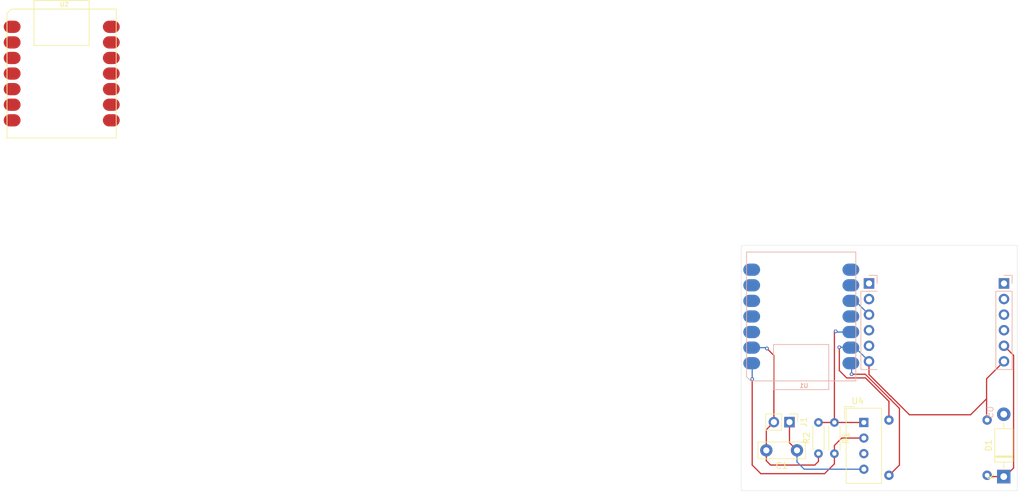
<source format=kicad_pcb>
(kicad_pcb (version 20240108) (generator "pcbnew") (generator_version "8.0")
  (layers (0 "F.Cu" signal) (31 "B.Cu" signal) (34 "B.Paste" user) (35 "F.Paste" user) (36 "B.SilkS" user "B.Silkscreen") (37 "F.SilkS" user "F.Silkscreen") (38 "B.Mask" user) (39 "F.Mask" user) (44 "Edge.Cuts" user))
  (net 0 "")
  (net 6 "/DHT_DATA")
  (net 7 "/3.3V")
  (net 8 "/UART_Tx")
  (net 9 "/UART_Rx")
  (net 10 "/5V")
  (net 11 "Net-(U1-PA5_A9_D9_MISO)")
  (net 12 "/GND")
  (net 13 "/ADC_In")
  (net 15 "/24V_IN")
  (net 35 "Net-(D1-K)")
  (footprint "Sensor:Aosong_DHT11_5.5x12.0_P2.54mm" (layer "F.Cu") (at 140.2 68.86)
    (property "Reference" "U4" (at -1 -3.5 0) (layer "F.SilkS"))
    (property "Value" "DHT11")
    (fp_line (start -3.16 -2.6) (end -3.16 -0.6) (stroke (width 0.12)) (layer "F.SilkS"))
    (fp_line (start -3.16 -2.6) (end -1.55 -2.6) (stroke (width 0.12)) (layer "F.SilkS"))
    (fp_line (start -2.88 9.94) (end -2.88 -2.31) (stroke (width 0.12)) (layer "F.SilkS"))
    (fp_line (start -2.87 -2.32) (end 2.87 -2.32) (stroke (width 0.12)) (layer "F.SilkS"))
    (fp_line (start 2.88 -2.32) (end 2.88 9.94) (stroke (width 0.12)) (layer "F.SilkS"))
    (fp_line (start 2.88 9.94) (end -2.88 9.94) (stroke (width 0.12)) (layer "F.SilkS"))
    (pad "1" thru_hole rect (at 0 0) (size 1.5 1.5) (drill 0.8) (layers "*.Cu" "*.Mask") (net 7 "/3.3V"))
    (pad "2" thru_hole circle (at 0 2.54) (size 1.5 1.5) (drill 0.8) (layers "*.Cu" "*.Mask") (net 6 "/DHT_DATA"))
    (pad "3" thru_hole circle (at 0 5.08) (size 1.5 1.5) (drill 0.8) (layers "*.Cu" "*.Mask"))
    (pad "4" thru_hole circle (at 0 7.62) (size 1.5 1.5) (drill 0.8) (layers "*.Cu" "*.Mask") (net 12 "/GND"))
  )
  (footprint "Connector_PinHeader_2.54mm:PinHeader_1x02_P2.54mm_Vertical" (layer "F.Cu") (at 128.075 68.8 -90)
    (property "Reference" "J1" (at 0 -2.33 90) (layer "F.SilkS"))
    (property "Value" "Conn_01x02")
    (fp_line (start -1.33 3.87) (end 1.33 3.87) (stroke (width 0.12)) (layer "F.SilkS"))
    (fp_line (start -1.33 1.27) (end -1.33 3.87) (stroke (width 0.12)) (layer "F.SilkS"))
    (fp_line (start -1.33 1.27) (end 1.33 1.27) (stroke (width 0.12)) (layer "F.SilkS"))
    (fp_line (start 1.33 1.27) (end 1.33 3.87) (stroke (width 0.12)) (layer "F.SilkS"))
    (fp_line (start -1.33 0) (end -1.33 -1.33) (stroke (width 0.12)) (layer "F.SilkS"))
    (fp_line (start -1.33 -1.33) (end 0 -1.33) (stroke (width 0.12)) (layer "F.SilkS"))
    (pad "1" thru_hole rect (at 0 0 270) (size 1.7 1.7) (drill 1) (layers "*.Cu" "*.Mask") (net 12 "/GND"))
    (pad "2" thru_hole oval (at 0 2.54 270) (size 1.7 1.7) (drill 1) (layers "*.Cu" "*.Mask") (net 13 "/ADC_In"))
  )
  (footprint "Capacitor_THT:C_Disc_D7.5mm_W2.5mm_P5.00mm" (layer "F.Cu") (at 129.3 73.4 180)
    (property "Reference" "C1" (at 2.5 -2.5 0) (layer "F.SilkS"))
    (property "Value" "C")
    (fp_line (start 6.37 -1.37) (end 6.37 1.37) (stroke (width 0.12)) (layer "F.SilkS"))
    (fp_line (start -1.37 1.37) (end 6.37 1.37) (stroke (width 0.12)) (layer "F.SilkS"))
    (fp_line (start -1.37 -1.37) (end 6.37 -1.37) (stroke (width 0.12)) (layer "F.SilkS"))
    (fp_line (start -1.37 -1.37) (end -1.37 1.37) (stroke (width 0.12)) (layer "F.SilkS"))
    (pad "1" thru_hole circle (at 0 0 180) (size 2 2) (drill 1) (layers "*.Cu" "*.Mask") (net 12 "/GND"))
    (pad "2" thru_hole circle (at 5 0 180) (size 2 2) (drill 1) (layers "*.Cu" "*.Mask") (net 13 "/ADC_In"))
  )
  (footprint "Diode_THT:D_DO-41_SOD81_P10.16mm_Horizontal" (layer "F.Cu") (at 163 77.68 90)
    (property "Reference" "D1" (at 5.08 -2.47 90) (layer "F.SilkS"))
    (property "Value" "1N4004")
    (fp_line (start 7.8 -1.47) (end 2.36 -1.47) (stroke (width 0.12)) (layer "F.SilkS"))
    (fp_line (start 3.38 -1.47) (end 3.38 1.47) (stroke (width 0.12)) (layer "F.SilkS"))
    (fp_line (start 3.26 -1.47) (end 3.26 1.47) (stroke (width 0.12)) (layer "F.SilkS"))
    (fp_line (start 3.14 -1.47) (end 3.14 1.47) (stroke (width 0.12)) (layer "F.SilkS"))
    (fp_line (start 2.36 -1.47) (end 2.36 1.47) (stroke (width 0.12)) (layer "F.SilkS"))
    (fp_line (start 8.82 0) (end 7.8 0) (stroke (width 0.12)) (layer "F.SilkS"))
    (fp_line (start 1.34 0) (end 2.36 0) (stroke (width 0.12)) (layer "F.SilkS"))
    (fp_line (start 7.8 1.47) (end 7.8 -1.47) (stroke (width 0.12)) (layer "F.SilkS"))
    (fp_line (start 2.36 1.47) (end 7.8 1.47) (stroke (width 0.12)) (layer "F.SilkS"))
    (fp_text user "K" (at 0 -2.1 90) (layer "F.SilkS"))
    (pad "1" thru_hole rect (at 0 0 90) (size 2.2 2.2) (drill 1.1) (layers "*.Cu" "*.Mask") (net 35 "Net-(D1-K)"))
    (pad "2" thru_hole oval (at 10.16 0 90) (size 2.2 2.2) (drill 1.1) (layers "*.Cu" "*.Mask") (net 15 "/24V_IN"))
  )
  (footprint "Resistor_THT:R_Axial_DIN0204_L3.6mm_D1.6mm_P5.08mm_Horizontal" (layer "F.Cu") (at 135.4 68.86 -90)
    (property "Reference" "R1" (at 2.54 -1.92 90) (layer "F.SilkS"))
    (property "Value" "4.7k")
    (fp_line (start 0.62 0.92) (end 4.46 0.92) (stroke (width 0.12)) (layer "F.SilkS"))
    (fp_line (start 0.62 -0.92) (end 4.46 -0.92) (stroke (width 0.12)) (layer "F.SilkS"))
    (pad "1" thru_hole circle (at 0 0 270) (size 1.4 1.4) (drill 0.7) (layers "*.Cu" "*.Mask") (net 7 "/3.3V"))
    (pad "2" thru_hole oval (at 5.08 0 270) (size 1.4 1.4) (drill 0.7) (layers "*.Cu" "*.Mask") (net 6 "/DHT_DATA"))
  )
  (footprint "Resistor_THT:R_Axial_DIN0204_L3.6mm_D1.6mm_P5.08mm_Horizontal" (layer "F.Cu") (at 132.8 73.94 90)
    (property "Reference" "R2" (at 2.54 -1.92 90) (layer "F.SilkS"))
    (property "Value" "160k")
    (fp_line (start 0.62 -0.92) (end 4.46 -0.92) (stroke (width 0.12)) (layer "F.SilkS"))
    (fp_line (start 0.62 0.92) (end 4.46 0.92) (stroke (width 0.12)) (layer "F.SilkS"))
    (pad "1" thru_hole circle (at 0 0 90) (size 1.4 1.4) (drill 0.7) (layers "*.Cu" "*.Mask") (net 13 "/ADC_In"))
    (pad "2" thru_hole oval (at 5.08 0 90) (size 1.4 1.4) (drill 0.7) (layers "*.Cu" "*.Mask") (net 7 "/3.3V"))
  )
  (footprint "seedstudio:MOUDLE14P-SMD-2.54-21X17.8MM" (layer "F.Cu") (at 0.54 22.4885)
    (property "Reference" "U2" (at 9.3345 -21.7805 0) (layer "F.SilkS") (effects (font (size 0.7 0.7))))
    (property "Value" "~")
    (fp_line (start 0 -20.3285) (end 0 0) (stroke (width 0.127)) (layer "F.SilkS"))
    (fp_line (start 0 0) (end 17.8 0) (stroke (width 0.127)) (layer "F.SilkS"))
    (fp_line (start 0.671541 -21) (end 0 -20.3285) (stroke (width 0.127)) (layer "F.SilkS"))
    (fp_line (start 4.396 -15.072) (end 4.396 -22.425) (stroke (width 0.127)) (layer "F.SilkS"))
    (fp_line (start 4.4 -22.424) (end 13.395 -22.424) (stroke (width 0.127)) (layer "F.SilkS"))
    (fp_line (start 13.395 -22.424) (end 13.395 -15.072) (stroke (width 0.127)) (layer "F.SilkS"))
    (fp_line (start 13.395 -15.072) (end 4.396 -15.072) (stroke (width 0.127)) (layer "F.SilkS"))
    (fp_line (start 17.8 -21) (end 0.671541 -21) (stroke (width 0.127)) (layer "F.SilkS"))
    (fp_line (start 17.8 0) (end 17.8 -21) (stroke (width 0.127)) (layer "F.SilkS"))
    (pad "1" smd roundrect (at 0.835 -18.12) (size 2.75 2) (layers "F.Cu" "F.Paste" "F.Mask") (roundrect_rratio 0.5))
    (pad "2" smd roundrect (at 0.835 -15.58) (size 2.75 2) (layers "F.Cu" "F.Paste" "F.Mask") (roundrect_rratio 0.5))
    (pad "3" smd roundrect (at 0.835 -13.04) (size 2.75 2) (layers "F.Cu" "F.Paste" "F.Mask") (roundrect_rratio 0.5))
    (pad "4" smd roundrect (at 0.835 -10.5) (size 2.75 2) (layers "F.Cu" "F.Paste" "F.Mask") (roundrect_rratio 0.5))
    (pad "5" smd roundrect (at 0.835 -7.96) (size 2.75 2) (layers "F.Cu" "F.Paste" "F.Mask") (roundrect_rratio 0.5))
    (pad "6" smd roundrect (at 0.835 -5.42) (size 2.75 2) (layers "F.Cu" "F.Paste" "F.Mask") (roundrect_rratio 0.5))
    (pad "7" smd roundrect (at 0.835 -2.88) (size 2.75 2) (layers "F.Cu" "F.Paste" "F.Mask") (roundrect_rratio 0.5) (net 8 "/UART_Tx"))
    (pad "8" smd roundrect (at 17 -2.88) (size 2.75 2) (layers "F.Cu" "F.Paste" "F.Mask") (roundrect_rratio 0.5) (net 9 "/UART_Rx"))
    (pad "9" smd roundrect (at 17 -5.42) (size 2.75 2) (layers "F.Cu" "F.Paste" "F.Mask") (roundrect_rratio 0.5))
    (pad "10" smd roundrect (at 17 -7.96) (size 2.75 2) (layers "F.Cu" "F.Paste" "F.Mask") (roundrect_rratio 0.5))
    (pad "11" smd roundrect (at 17 -10.5) (size 2.75 2) (layers "F.Cu" "F.Paste" "F.Mask") (roundrect_rratio 0.5))
    (pad "12" smd roundrect (at 17 -13.04) (size 2.75 2) (layers "F.Cu" "F.Paste" "F.Mask") (roundrect_rratio 0.5) (net 7 "/3.3V"))
    (pad "13" smd roundrect (at 17 -15.58) (size 2.75 2) (layers "F.Cu" "F.Paste" "F.Mask") (roundrect_rratio 0.5) (net 12 "/GND"))
    (pad "14" smd roundrect (at 17 -18.12) (size 2.75 2) (layers "F.Cu" "F.Paste" "F.Mask") (roundrect_rratio 0.5))
  )
  (footprint "seedstudio:DCDC_HW187" (layer "B.Cu") (at 161.2875 67.1625 -90)
    (property "Reference" "U5" (at 0 0.5 90) (layer "B.SilkS") (effects (font (thickness 0.1)) (justify mirror)))
    (property "Value" "~")
    (pad "1" thru_hole circle (at 1.3 17 270) (size 1.524 1.524) (drill 0.762) (layers "*.Cu" "*.Mask") (net 12 "/GND"))
    (pad "2" thru_hole circle (at 10.3 17 270) (size 1.524 1.524) (drill 0.762) (layers "*.Cu" "*.Mask") (net 10 "/5V"))
    (pad "3" thru_hole circle (at 10.3 1 270) (size 1.524 1.524) (drill 0.762) (layers "*.Cu" "*.Mask") (net 35 "Net-(D1-K)"))
    (pad "4" thru_hole circle (at 1.3 1 270) (size 1.524 1.524) (drill 0.762) (layers "*.Cu" "*.Mask") (net 12 "/GND"))
  )
  (footprint "seedstudio:MOUDLE14P-SMD-2.54-21X17.8MM" (layer "B.Cu") (at 121.0825 41.08075)
    (property "Reference" "U1" (at 9.3345 21.7805 180) (layer "B.SilkS") (effects (font (size 0.7 0.7)) (justify mirror)))
    (property "Value" "MOUDLE-SEEEDUINO-XIAO-ESP32C3")
    (fp_line (start 0 0) (end 0 20.3285) (stroke (width 0.127)) (layer "B.SilkS"))
    (fp_line (start 0 20.3285) (end 0.671541 21) (stroke (width 0.127)) (layer "B.SilkS"))
    (fp_line (start 0.671541 21) (end 17.8 21) (stroke (width 0.127)) (layer "B.SilkS"))
    (fp_line (start 4.396 15.072) (end 13.395 15.072) (stroke (width 0.127)) (layer "B.SilkS"))
    (fp_line (start 4.396 22.425) (end 4.396 15.072) (stroke (width 0.127)) (layer "B.SilkS"))
    (fp_line (start 13.395 15.072) (end 13.395 22.424) (stroke (width 0.127)) (layer "B.SilkS"))
    (fp_line (start 13.395 22.424) (end 4.4 22.424) (stroke (width 0.127)) (layer "B.SilkS"))
    (fp_line (start 17.8 0) (end 0 0) (stroke (width 0.127)) (layer "B.SilkS"))
    (fp_line (start 17.8 21) (end 17.8 0) (stroke (width 0.127)) (layer "B.SilkS"))
    (pad "1" smd roundrect (at 0.835 18.12) (size 2.75 2) (layers "B.Cu" "B.Paste" "B.Mask") (roundrect_rratio 0.5) (net 6 "/DHT_DATA"))
    (pad "2" smd roundrect (at 0.835 15.58) (size 2.75 2) (layers "B.Cu" "B.Paste" "B.Mask") (roundrect_rratio 0.5) (net 13 "/ADC_In"))
    (pad "3" smd roundrect (at 0.835 13.04) (size 2.75 2) (layers "B.Cu" "B.Paste" "B.Mask") (roundrect_rratio 0.5))
    (pad "4" smd roundrect (at 0.835 10.5) (size 2.75 2) (layers "B.Cu" "B.Paste" "B.Mask") (roundrect_rratio 0.5))
    (pad "5" smd roundrect (at 0.835 7.96) (size 2.75 2) (layers "B.Cu" "B.Paste" "B.Mask") (roundrect_rratio 0.5))
    (pad "6" smd roundrect (at 0.835 5.42) (size 2.75 2) (layers "B.Cu" "B.Paste" "B.Mask") (roundrect_rratio 0.5))
    (pad "7" smd roundrect (at 0.835 2.88) (size 2.75 2) (layers "B.Cu" "B.Paste" "B.Mask") (roundrect_rratio 0.5) (net 8 "/UART_Tx"))
    (pad "8" smd roundrect (at 17 2.88) (size 2.75 2) (layers "B.Cu" "B.Paste" "B.Mask") (roundrect_rratio 0.5) (net 9 "/UART_Rx"))
    (pad "9" smd roundrect (at 17 5.42) (size 2.75 2) (layers "B.Cu" "B.Paste" "B.Mask") (roundrect_rratio 0.5))
    (pad "10" smd roundrect (at 17 7.96) (size 2.75 2) (layers "B.Cu" "B.Paste" "B.Mask") (roundrect_rratio 0.5) (net 11 "Net-(U1-PA5_A9_D9_MISO)"))
    (pad "11" smd roundrect (at 17 10.5) (size 2.75 2) (layers "B.Cu" "B.Paste" "B.Mask") (roundrect_rratio 0.5))
    (pad "12" smd roundrect (at 17 13.04) (size 2.75 2) (layers "B.Cu" "B.Paste" "B.Mask") (roundrect_rratio 0.5) (net 7 "/3.3V"))
    (pad "13" smd roundrect (at 17 15.58) (size 2.75 2) (layers "B.Cu" "B.Paste" "B.Mask") (roundrect_rratio 0.5) (net 12 "/GND"))
    (pad "14" smd roundrect (at 17 18.12) (size 2.75 2) (layers "B.Cu" "B.Paste" "B.Mask") (roundrect_rratio 0.5) (net 10 "/5V"))
  )
  (footprint "seedstudio:Optoisolator_HW399" (layer "B.Cu") (at 164.8375 44.4 180)
    (property "Reference" "U3" (hide yes))
    (property "Value" "~" (hide yes))
    (fp_line (start 25.13 -3.07) (end 22.47 -3.07) (stroke (width 0.12)) (layer "B.SilkS"))
    (fp_line (start 25.13 -15.83) (end 25.13 -3.07) (stroke (width 0.12)) (layer "B.SilkS"))
    (fp_line (start 25.13 -15.83) (end 22.47 -15.83) (stroke (width 0.12)) (layer "B.SilkS"))
    (fp_line (start 23.8 -0.47) (end 22.47 -0.47) (stroke (width 0.12)) (layer "B.SilkS"))
    (fp_line (start 22.47 -0.47) (end 22.47 -1.8) (stroke (width 0.12)) (layer "B.SilkS"))
    (fp_line (start 3.13 -3.07) (end 0.47 -3.07) (stroke (width 0.12)) (layer "B.SilkS"))
    (fp_line (start 3.13 -15.83) (end 3.13 -3.07) (stroke (width 0.12)) (layer "B.SilkS"))
    (fp_line (start 3.13 -15.83) (end 0.47 -15.83) (stroke (width 0.12)) (layer "B.SilkS"))
    (fp_line (start 1.8 -0.47) (end 0.47 -0.47) (stroke (width 0.12)) (layer "B.SilkS"))
    (fp_line (start 0.47 -0.47) (end 0.47 -1.8) (stroke (width 0.12)) (layer "B.SilkS"))
    (fp_line (start 0.47 -15.83) (end 0.47 -3.07) (stroke (width 0.12)) (layer "B.SilkS"))
    (pad "1" thru_hole rect (at 1.8 -1.8 180) (size 1.7 1.7) (drill 1) (layers "*.Cu" "*.Mask"))
    (pad "2" thru_hole oval (at 1.8 -4.34 180) (size 1.7 1.7) (drill 1) (layers "*.Cu" "*.Mask"))
    (pad "3" thru_hole oval (at 1.8 -6.88 180) (size 1.7 1.7) (drill 1) (layers "*.Cu" "*.Mask"))
    (pad "4" thru_hole oval (at 1.8 -9.42 180) (size 1.7 1.7) (drill 1) (layers "*.Cu" "*.Mask"))
    (pad "5" thru_hole oval (at 1.8 -11.96 180) (size 1.7 1.7) (drill 1) (layers "*.Cu" "*.Mask") (net 35 "Net-(D1-K)"))
    (pad "6" thru_hole oval (at 1.8 -14.5 180) (size 1.7 1.7) (drill 1) (layers "*.Cu" "*.Mask") (net 12 "/GND"))
    (pad "7" thru_hole oval (at 23.8 -14.5 180) (size 1.7 1.7) (drill 1) (layers "*.Cu" "*.Mask") (net 12 "/GND"))
    (pad "8" thru_hole oval (at 23.8 -11.96 180) (size 1.7 1.7) (drill 1) (layers "*.Cu" "*.Mask"))
    (pad "9" thru_hole oval (at 23.8 -9.42 180) (size 1.7 1.7) (drill 1) (layers "*.Cu" "*.Mask"))
    (pad "10" thru_hole oval (at 23.8 -6.88 180) (size 1.7 1.7) (drill 1) (layers "*.Cu" "*.Mask") (net 11 "Net-(U1-PA5_A9_D9_MISO)"))
    (pad "11" thru_hole oval (at 23.8 -4.34 180) (size 1.7 1.7) (drill 1) (layers "*.Cu" "*.Mask"))
    (pad "12" thru_hole rect (at 23.8 -1.8 180) (size 1.7 1.7) (drill 1) (layers "*.Cu" "*.Mask"))
  )
  (gr_rect (start 120.2 40) (end 165.2 80) (stroke (width 0.05)) (fill none) (layer "Edge.Cuts"))
  (segment (start 136.6 71.4) (end 140.2 71.4) (width 0.2) (layer "F.Cu") (net 6))
  (segment (start 123.4 77.2) (end 122 75.8) (width 0.2) (layer "F.Cu") (net 6))
  (segment (start 135.4 73.94) (end 135.4 75.6) (width 0.2) (layer "F.Cu") (net 6))
  (segment (start 133.8 77.2) (end 123.4 77.2) (width 0.2) (layer "F.Cu") (net 6))
  (segment (start 135.4 72.6) (end 136.6 71.4) (width 0.2) (layer "F.Cu") (net 6))
  (segment (start 122 75.8) (end 122 61.8) (width 0.2) (layer "F.Cu") (net 6))
  (segment (start 135.4 75.6) (end 133.8 77.2) (width 0.2) (layer "F.Cu") (net 6))
  (segment (start 135.4 73.94) (end 135.4 72.6) (width 0.2) (layer "F.Cu") (net 6))
  (via (at 122 61.8) (size 0.6) (drill 0.3) (layers "F.Cu" "B.Cu") (net 6))
  (segment (start 122 61.8) (end 122 59.848935) (width 0.2) (layer "B.Cu") (net 6))
  (segment (start 122 59.848935) (end 121.634657 59.483592) (width 0.2) (layer "B.Cu") (net 6))
  (segment (start 135.4 68.86) (end 135.4 54.2) (width 0.2) (layer "F.Cu") (net 7))
  (segment (start 135.4 68.86) (end 135.2 68.66) (width 0.2) (layer "F.Cu") (net 7))
  (segment (start 140.2 68.86) (end 132.8 68.86) (width 0.2) (layer "F.Cu") (net 7))
  (segment (start 135.4 54.2) (end 135.6 54) (width 0.2) (layer "F.Cu") (net 7))
  (via (at 135.6 54) (size 0.6) (drill 0.3) (layers "F.Cu" "B.Cu") (net 7))
  (segment (start 135.6 54) (end 135.72075 54.12075) (width 0.2) (layer "B.Cu") (net 7))
  (segment (start 135.72075 54.12075) (end 138.0825 54.12075) (width 0.2) (layer "B.Cu") (net 7))
  (segment (start 140.434314 61) (end 138.2 61) (width 0.2) (layer "F.Cu") (net 10))
  (segment (start 146 75.8) (end 146 66.565686) (width 0.2) (layer "F.Cu") (net 10))
  (segment (start 144.453185 65) (end 144.434314 65) (width 0.2) (layer "F.Cu") (net 10))
  (segment (start 144.2875 77.4625) (end 144.3375 77.4625) (width 0.2) (layer "F.Cu") (net 10))
  (segment (start 144.6875 65.253186) (end 144.6875 65.234315) (width 0.2) (layer "F.Cu") (net 10))
  (segment (start 144.434314 65) (end 140.434314 61) (width 0.2) (layer "F.Cu") (net 10))
  (segment (start 146 66.565686) (end 144.6875 65.253186) (width 0.2) (layer "F.Cu") (net 10))
  (segment (start 144.3375 77.4625) (end 146 75.8) (width 0.2) (layer "F.Cu") (net 10))
  (segment (start 144.6875 65.234315) (end 144.453185 65) (width 0.2) (layer "F.Cu") (net 10))
  (via (at 138.2 61) (size 0.6) (drill 0.3) (layers "F.Cu" "B.Cu") (net 10))
  (segment (start 138.2 59.31825) (end 138.0825 59.20075) (width 0.2) (layer "B.Cu") (net 10))
  (segment (start 138.2 61) (end 138.2 59.31825) (width 0.2) (layer "B.Cu") (net 10))
  (segment (start 141.0375 51.28) (end 138.79825 49.04075) (width 0.2) (layer "B.Cu") (net 11))
  (segment (start 138.79825 49.04075) (end 138.0825 49.04075) (width 0.2) (layer "B.Cu") (net 11))
  (segment (start 129.3 73.4) (end 128.075 72.175) (width 0.2) (layer "F.Cu") (net 12))
  (segment (start 147.618871 67.6) (end 157.6 67.6) (width 0.2) (layer "F.Cu") (net 12))
  (segment (start 140.468628 61.6) (end 137.4 61.6) (width 0.2) (layer "F.Cu") (net 12))
  (segment (start 144.268628 65.4) (end 144.034314 65.165685) (width 0.2) (layer "F.Cu") (net 12))
  (segment (start 142.8 63.931372) (end 140.468628 61.6) (width 0.2) (layer "F.Cu") (net 12))
  (segment (start 144.2875 68.4625) (end 144.2875 65.4) (width 0.2) (layer "F.Cu") (net 12))
  (segment (start 128.075 72.175) (end 128.075 68.8) (width 0.2) (layer "F.Cu") (net 12))
  (segment (start 144.6 64.6) (end 144.618871 64.6) (width 0.2) (layer "F.Cu") (net 12))
  (segment (start 160.2 67.975) (end 160.2 65) (width 0.2) (layer "F.Cu") (net 12))
  (segment (start 136.2 60.4) (end 136.2 56.6) (width 0.2) (layer "F.Cu") (net 12))
  (segment (start 157.6 67.6) (end 160.2 65) (width 0.2) (layer "F.Cu") (net 12))
  (segment (start 144.2875 65.4) (end 144.268628 65.4) (width 0.2) (layer "F.Cu") (net 12))
  (segment (start 141.0375 61.0375) (end 144.6 64.6) (width 0.2) (layer "F.Cu") (net 12))
  (segment (start 160.6875 68.4625) (end 160.2 67.975) (width 0.2) (layer "F.Cu") (net 12))
  (segment (start 137.4 61.6) (end 136.2 60.4) (width 0.2) (layer "F.Cu") (net 12))
  (segment (start 144.618871 64.6) (end 147.618871 67.6) (width 0.2) (layer "F.Cu") (net 12))
  (segment (start 160.2 61.7375) (end 163.0375 58.9) (width 0.2) (layer "F.Cu") (net 12))
  (segment (start 141.0375 58.9) (end 141.0375 61.0375) (width 0.2) (layer "F.Cu") (net 12))
  (segment (start 144.034314 65.165685) (end 142.8 63.931372) (width 0.2) (layer "F.Cu") (net 12))
  (segment (start 163.6 58.9375) (end 163.6375 58.9) (width 0.2) (layer "F.Cu") (net 12))
  (segment (start 160.2 65) (end 160.2 61.7375) (width 0.2) (layer "F.Cu") (net 12))
  (via (at 136.2 56.6) (size 0.6) (drill 0.3) (layers "F.Cu" "B.Cu") (net 12))
  (segment (start 138.02175 56.6) (end 138.0825 56.66075) (width 0.2) (layer "B.Cu") (net 12))
  (segment (start 136.2 56.6) (end 138.02175 56.6) (width 0.2) (layer "B.Cu") (net 12))
  (segment (start 141.0375 58.9) (end 138.79825 56.66075) (width 0.2) (layer "B.Cu") (net 12))
  (segment (start 138.79825 56.66075) (end 138.0825 56.66075) (width 0.2) (layer "B.Cu") (net 12))
  (segment (start 130.48 76.48) (end 140.2 76.48) (width 0.2) (layer "B.Cu") (net 12))
  (segment (start 129.3 75.3) (end 130.48 76.48) (width 0.2) (layer "B.Cu") (net 12))
  (segment (start 139.36075 56.66075) (end 138.0825 56.66075) (width 0.2) (layer "B.Cu") (net 12))
  (segment (start 129.3 73.4) (end 129.3 75.3) (width 0.2) (layer "B.Cu") (net 12))
  (segment (start 132.8 75.2) (end 132.8 73.94) (width 0.2) (layer "F.Cu") (net 13))
  (segment (start 125.535 57.935) (end 124.4 56.8) (width 0.2) (layer "F.Cu") (net 13))
  (segment (start 124.3 70.035) (end 125.535 68.8) (width 0.2) (layer "F.Cu") (net 13))
  (segment (start 132.2 75.8) (end 132.8 75.2) (width 0.2) (layer "F.Cu") (net 13))
  (segment (start 125 75.8) (end 132.2 75.8) (width 0.2) (layer "F.Cu") (net 13))
  (segment (start 124.3 75.1) (end 125 75.8) (width 0.2) (layer "F.Cu") (net 13))
  (segment (start 125.535 68.8) (end 125.535 57.935) (width 0.2) (layer "F.Cu") (net 13))
  (segment (start 124.3 73.4) (end 124.3 70.035) (width 0.2) (layer "F.Cu") (net 13))
  (segment (start 124.3 73.4) (end 124.3 75.1) (width 0.2) (layer "F.Cu") (net 13))
  (via (at 124.4 56.8) (size 0.6) (drill 0.3) (layers "F.Cu" "B.Cu") (net 13))
  (segment (start 124.26075 56.66075) (end 121.9175 56.66075) (width 0.2) (layer "B.Cu") (net 13))
  (segment (start 124.4 56.8) (end 124.26075 56.66075) (width 0.2) (layer "B.Cu") (net 13))
  (segment (start 163.2 77.68) (end 164.6 76.28) (width 0.2) (layer "F.Cu") (net 35))
  (segment (start 163.6 77.68) (end 160.905 77.68) (width 0.2) (layer "F.Cu") (net 35))
  (segment (start 164.6 57.9225) (end 163.0375 56.36) (width 0.2) (layer "F.Cu") (net 35))
  (segment (start 160.905 77.68) (end 160.6875 77.4625) (width 0.2) (layer "F.Cu") (net 35))
  (segment (start 164.6 76.28) (end 164.6 57.9225) (width 0.2) (layer "F.Cu") (net 35))
)
</source>
